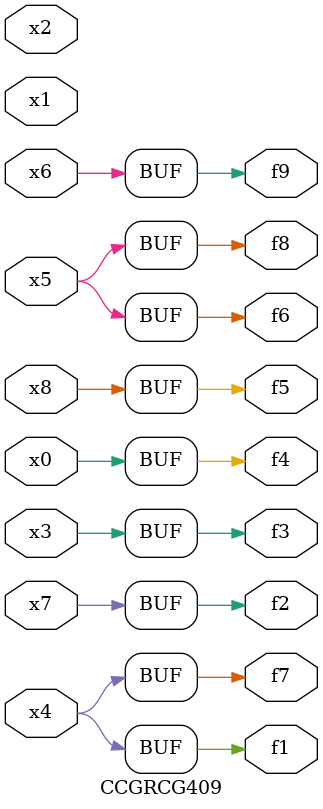
<source format=v>
module CCGRCG409(
	input x0, x1, x2, x3, x4, x5, x6, x7, x8,
	output f1, f2, f3, f4, f5, f6, f7, f8, f9
);
	assign f1 = x4;
	assign f2 = x7;
	assign f3 = x3;
	assign f4 = x0;
	assign f5 = x8;
	assign f6 = x5;
	assign f7 = x4;
	assign f8 = x5;
	assign f9 = x6;
endmodule

</source>
